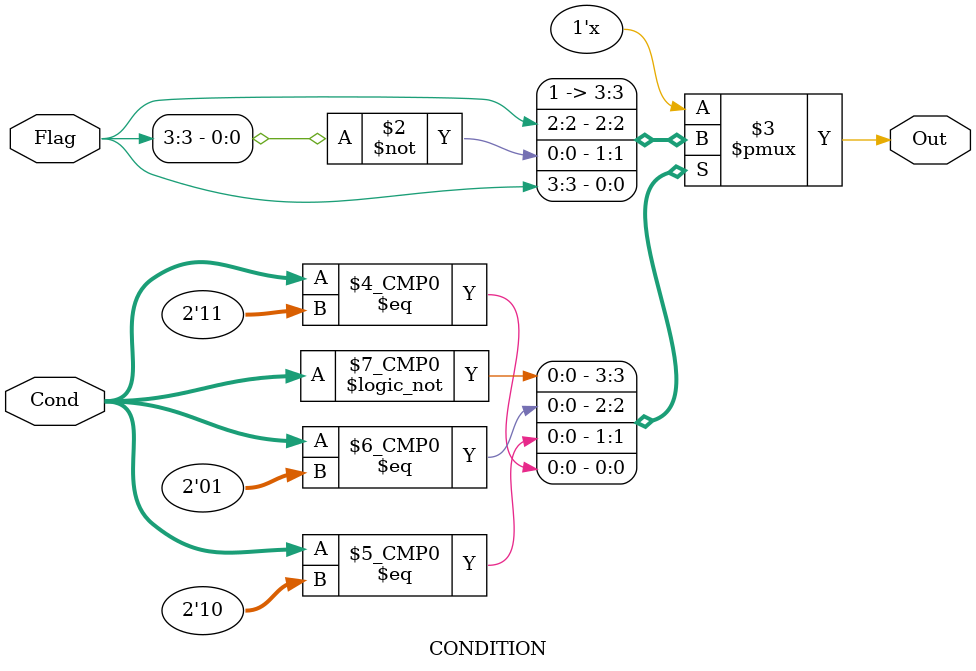
<source format=v>
module CONDITION (Cond, Flag, Out);

input [1:0] Cond;
input [3:0] Flag; //N,Z,C,V

output reg Out;

always @ *
begin
case(Cond)
	2'b00: Out = 1'b1;
	2'b01: Out = Flag[2]; //out= z_flag
	2'b10: Out = (~Flag[3]); //out= ~n_flag
	2'b11: Out = Flag[3]; //out= n_flag	
endcase
end

endmodule
	
</source>
